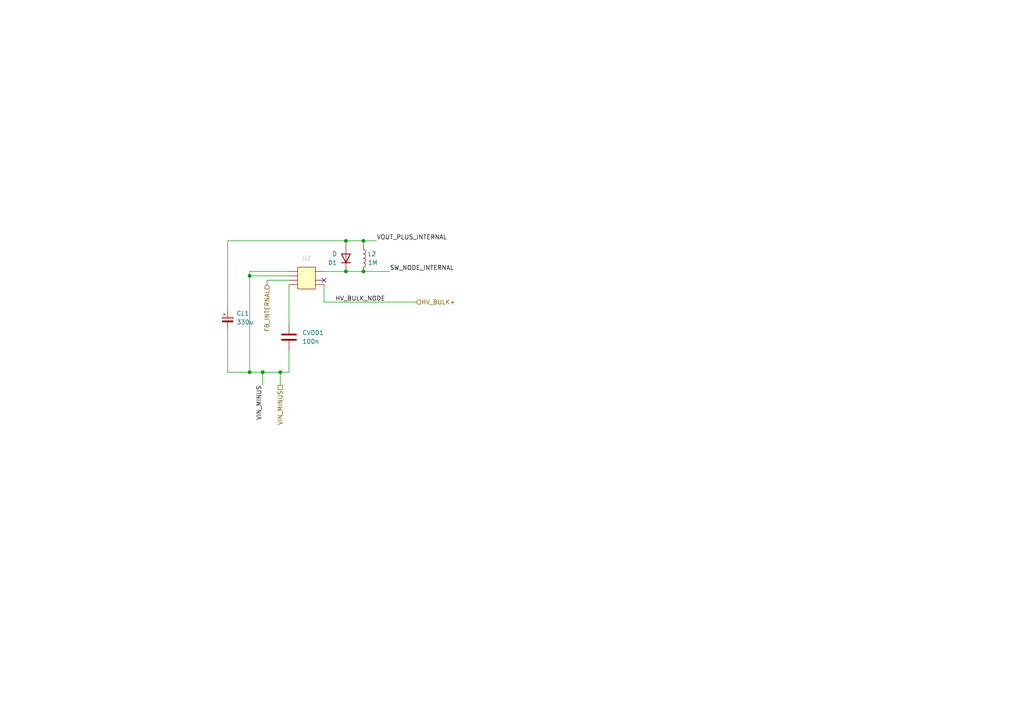
<source format=kicad_sch>
(kicad_sch (version 20230121) (generator eeschema)

  (uuid 33e84a9f-3f68-4d78-a762-593dfdf4cf8e)

  (paper "A4")

  (lib_symbols
    (symbol "Device:C" (pin_numbers hide) (pin_names (offset 0.254)) (in_bom yes) (on_board yes)
      (property "Reference" "C" (at 0.635 2.54 0)
        (effects (font (size 1.27 1.27)) (justify left))
      )
      (property "Value" "C" (at 0.635 -2.54 0)
        (effects (font (size 1.27 1.27)) (justify left))
      )
      (property "Footprint" "" (at 0.9652 -3.81 0)
        (effects (font (size 1.27 1.27)) hide)
      )
      (property "Datasheet" "~" (at 0 0 0)
        (effects (font (size 1.27 1.27)) hide)
      )
      (property "ki_keywords" "cap capacitor" (at 0 0 0)
        (effects (font (size 1.27 1.27)) hide)
      )
      (property "ki_description" "Unpolarized capacitor" (at 0 0 0)
        (effects (font (size 1.27 1.27)) hide)
      )
      (property "ki_fp_filters" "C_*" (at 0 0 0)
        (effects (font (size 1.27 1.27)) hide)
      )
      (symbol "C_0_1"
        (polyline
          (pts
            (xy -2.032 -0.762)
            (xy 2.032 -0.762)
          )
          (stroke (width 0.508) (type default))
          (fill (type none))
        )
        (polyline
          (pts
            (xy -2.032 0.762)
            (xy 2.032 0.762)
          )
          (stroke (width 0.508) (type default))
          (fill (type none))
        )
      )
      (symbol "C_1_1"
        (pin passive line (at 0 3.81 270) (length 2.794)
          (name "~" (effects (font (size 1.27 1.27))))
          (number "1" (effects (font (size 1.27 1.27))))
        )
        (pin passive line (at 0 -3.81 90) (length 2.794)
          (name "~" (effects (font (size 1.27 1.27))))
          (number "2" (effects (font (size 1.27 1.27))))
        )
      )
    )
    (symbol "Device:C_Polarized_Small" (pin_numbers hide) (pin_names (offset 0.254) hide) (in_bom yes) (on_board yes)
      (property "Reference" "C" (at 0.254 1.778 0)
        (effects (font (size 1.27 1.27)) (justify left))
      )
      (property "Value" "C_Polarized_Small" (at 0.254 -2.032 0)
        (effects (font (size 1.27 1.27)) (justify left))
      )
      (property "Footprint" "" (at 0 0 0)
        (effects (font (size 1.27 1.27)) hide)
      )
      (property "Datasheet" "~" (at 0 0 0)
        (effects (font (size 1.27 1.27)) hide)
      )
      (property "ki_keywords" "cap capacitor" (at 0 0 0)
        (effects (font (size 1.27 1.27)) hide)
      )
      (property "ki_description" "Polarized capacitor, small symbol" (at 0 0 0)
        (effects (font (size 1.27 1.27)) hide)
      )
      (property "ki_fp_filters" "CP_*" (at 0 0 0)
        (effects (font (size 1.27 1.27)) hide)
      )
      (symbol "C_Polarized_Small_0_1"
        (rectangle (start -1.524 -0.3048) (end 1.524 -0.6858)
          (stroke (width 0) (type default))
          (fill (type outline))
        )
        (rectangle (start -1.524 0.6858) (end 1.524 0.3048)
          (stroke (width 0) (type default))
          (fill (type none))
        )
        (polyline
          (pts
            (xy -1.27 1.524)
            (xy -0.762 1.524)
          )
          (stroke (width 0) (type default))
          (fill (type none))
        )
        (polyline
          (pts
            (xy -1.016 1.27)
            (xy -1.016 1.778)
          )
          (stroke (width 0) (type default))
          (fill (type none))
        )
      )
      (symbol "C_Polarized_Small_1_1"
        (pin passive line (at 0 2.54 270) (length 1.8542)
          (name "~" (effects (font (size 1.27 1.27))))
          (number "1" (effects (font (size 1.27 1.27))))
        )
        (pin passive line (at 0 -2.54 90) (length 1.8542)
          (name "~" (effects (font (size 1.27 1.27))))
          (number "2" (effects (font (size 1.27 1.27))))
        )
      )
    )
    (symbol "Device:D" (pin_numbers hide) (pin_names (offset 1.016) hide) (in_bom yes) (on_board yes)
      (property "Reference" "D" (at 0 2.54 0)
        (effects (font (size 1.27 1.27)))
      )
      (property "Value" "D" (at 0 -2.54 0)
        (effects (font (size 1.27 1.27)))
      )
      (property "Footprint" "" (at 0 0 0)
        (effects (font (size 1.27 1.27)) hide)
      )
      (property "Datasheet" "~" (at 0 0 0)
        (effects (font (size 1.27 1.27)) hide)
      )
      (property "Sim.Device" "D" (at 0 0 0)
        (effects (font (size 1.27 1.27)) hide)
      )
      (property "Sim.Pins" "1=K 2=A" (at 0 0 0)
        (effects (font (size 1.27 1.27)) hide)
      )
      (property "ki_keywords" "diode" (at 0 0 0)
        (effects (font (size 1.27 1.27)) hide)
      )
      (property "ki_description" "Diode" (at 0 0 0)
        (effects (font (size 1.27 1.27)) hide)
      )
      (property "ki_fp_filters" "TO-???* *_Diode_* *SingleDiode* D_*" (at 0 0 0)
        (effects (font (size 1.27 1.27)) hide)
      )
      (symbol "D_0_1"
        (polyline
          (pts
            (xy -1.27 1.27)
            (xy -1.27 -1.27)
          )
          (stroke (width 0.254) (type default))
          (fill (type none))
        )
        (polyline
          (pts
            (xy 1.27 0)
            (xy -1.27 0)
          )
          (stroke (width 0) (type default))
          (fill (type none))
        )
        (polyline
          (pts
            (xy 1.27 1.27)
            (xy 1.27 -1.27)
            (xy -1.27 0)
            (xy 1.27 1.27)
          )
          (stroke (width 0.254) (type default))
          (fill (type none))
        )
      )
      (symbol "D_1_1"
        (pin passive line (at -3.81 0 0) (length 2.54)
          (name "K" (effects (font (size 1.27 1.27))))
          (number "1" (effects (font (size 1.27 1.27))))
        )
        (pin passive line (at 3.81 0 180) (length 2.54)
          (name "A" (effects (font (size 1.27 1.27))))
          (number "2" (effects (font (size 1.27 1.27))))
        )
      )
    )
    (symbol "Device:L" (pin_numbers hide) (pin_names (offset 1.016) hide) (in_bom yes) (on_board yes)
      (property "Reference" "L" (at -1.27 0 90)
        (effects (font (size 1.27 1.27)))
      )
      (property "Value" "L" (at 1.905 0 90)
        (effects (font (size 1.27 1.27)))
      )
      (property "Footprint" "" (at 0 0 0)
        (effects (font (size 1.27 1.27)) hide)
      )
      (property "Datasheet" "~" (at 0 0 0)
        (effects (font (size 1.27 1.27)) hide)
      )
      (property "ki_keywords" "inductor choke coil reactor magnetic" (at 0 0 0)
        (effects (font (size 1.27 1.27)) hide)
      )
      (property "ki_description" "Inductor" (at 0 0 0)
        (effects (font (size 1.27 1.27)) hide)
      )
      (property "ki_fp_filters" "Choke_* *Coil* Inductor_* L_*" (at 0 0 0)
        (effects (font (size 1.27 1.27)) hide)
      )
      (symbol "L_0_1"
        (arc (start 0 -2.54) (mid 0.6323 -1.905) (end 0 -1.27)
          (stroke (width 0) (type default))
          (fill (type none))
        )
        (arc (start 0 -1.27) (mid 0.6323 -0.635) (end 0 0)
          (stroke (width 0) (type default))
          (fill (type none))
        )
        (arc (start 0 0) (mid 0.6323 0.635) (end 0 1.27)
          (stroke (width 0) (type default))
          (fill (type none))
        )
        (arc (start 0 1.27) (mid 0.6323 1.905) (end 0 2.54)
          (stroke (width 0) (type default))
          (fill (type none))
        )
      )
      (symbol "L_1_1"
        (pin passive line (at 0 3.81 270) (length 1.27)
          (name "1" (effects (font (size 1.27 1.27))))
          (number "1" (effects (font (size 1.27 1.27))))
        )
        (pin passive line (at 0 -3.81 90) (length 1.27)
          (name "2" (effects (font (size 1.27 1.27))))
          (number "2" (effects (font (size 1.27 1.27))))
        )
      )
    )
    (symbol "UCC28881_1" (pin_numbers hide) (pin_names (offset 0) hide) (in_bom yes) (on_board yes)
      (property "Reference" "U" (at 0 6.35 0)
        (effects (font (size 1.27 1.27) (color 194 194 194 1)))
      )
      (property "Value" "UCC28881" (at 0 -11.43 0)
        (effects (font (size 1.27 1.27)) hide)
      )
      (property "Footprint" "UCC2881:TI_SOIC-8_D_UCC28881_1.27mm" (at 0 -8.89 0)
        (effects (font (size 1.27 1.27)) hide)
      )
      (property "Datasheet" "https://www.ti.com/lit/ds/symlink/ucc28881.pdf?ts=1759591415716&ref_url=https%253A%252F%252Fapp.ultralibrarian.com%252F" (at -8.89 -6.35 0)
        (effects (font (size 1.27 1.27)) hide)
      )
      (property "ki_keywords" "UCC28881" (at 0 0 0)
        (effects (font (size 1.27 1.27)) hide)
      )
      (property "ki_description" "Power mangement IC" (at 0 0 0)
        (effects (font (size 1.27 1.27)) hide)
      )
      (property "ki_fp_filters" "TI_SOIC-8_D_UCC28881_1.27mm" (at 0 0 0)
        (effects (font (size 1.27 1.27)) hide)
      )
      (symbol "UCC28881_1_0_1"
        (rectangle (start -1.27 5.08) (end -1.27 5.08)
          (stroke (width 0) (type default))
          (fill (type none))
        )
      )
      (symbol "UCC28881_1_1_1"
        (rectangle (start -2.54 6.35) (end 2.54 0)
          (stroke (width 0) (type default))
          (fill (type background))
        )
        (pin passive line (at -5.08 5.08 0) (length 2.54)
          (name "GND" (effects (font (size 1 1))))
          (number "1" (effects (font (size 1 1))))
        )
        (pin passive line (at -5.08 3.81 0) (length 2.54)
          (name "GND" (effects (font (size 1 1))))
          (number "2" (effects (font (size 1 1))))
        )
        (pin input line (at -5.08 2.54 0) (length 2.54)
          (name "FB" (effects (font (size 1 1))))
          (number "3" (effects (font (size 1 1))))
        )
        (pin power_out line (at -5.08 1.27 0) (length 2.54)
          (name "VDD" (effects (font (size 1 1))))
          (number "4" (effects (font (size 1 1))))
        )
        (pin power_in line (at 5.08 1.27 180) (length 2.54)
          (name "HVIN" (effects (font (size 1 1))))
          (number "5" (effects (font (size 1 1))))
        )
        (pin unspecified line (at 5.08 2.54 180) (length 2.56)
          (name "NC" (effects (font (size 1 1))))
          (number "6" (effects (font (size 1 1))))
        )
        (pin output line (at 5.08 5.08 180) (length 2.56)
          (name "DRAIN" (effects (font (size 1 1))))
          (number "8" (effects (font (size 1 1))))
        )
      )
    )
  )

  (junction (at 105.41 69.85) (diameter 0) (color 0 0 0 0)
    (uuid 35f1c303-62cf-4c97-b7bc-e4af56f43648)
  )
  (junction (at 105.41 78.74) (diameter 0) (color 0 0 0 0)
    (uuid 52644775-3911-4038-8f4c-475194610e3a)
  )
  (junction (at 81.28 107.95) (diameter 0) (color 0 0 0 0)
    (uuid 620bf224-41ad-4610-b55c-a6fbf554a6ca)
  )
  (junction (at 72.39 107.95) (diameter 0) (color 0 0 0 0)
    (uuid 6ec60e56-45d0-4bc5-ae04-a7033ccceed7)
  )
  (junction (at 100.33 78.74) (diameter 0) (color 0 0 0 0)
    (uuid 9d6cc60f-eb29-453f-9b9d-215050240d9d)
  )
  (junction (at 100.33 69.85) (diameter 0) (color 0 0 0 0)
    (uuid bf35b917-7c6f-4644-9d4b-d1cbb2e1b17c)
  )
  (junction (at 76.2 107.95) (diameter 0) (color 0 0 0 0)
    (uuid cbfb4170-a9b0-44be-ac0d-c2cb155aab8c)
  )
  (junction (at 72.39 80.01) (diameter 0) (color 0 0 0 0)
    (uuid f272d816-51c8-4675-bf80-9f79295db936)
  )

  (no_connect (at 93.98 81.28) (uuid 04a7307d-7089-4f4e-ac4f-b90a15379bb0))

  (wire (pts (xy 66.04 69.85) (xy 66.04 90.17))
    (stroke (width 0) (type default))
    (uuid 0c66682f-ba40-48c8-9f04-f1210c3376bf)
  )
  (wire (pts (xy 66.04 69.85) (xy 100.33 69.85))
    (stroke (width 0) (type default))
    (uuid 1e9990a1-8f09-413f-8294-328b997fbe3e)
  )
  (wire (pts (xy 72.39 107.95) (xy 76.2 107.95))
    (stroke (width 0) (type default))
    (uuid 208c57d0-e5ad-4729-85f9-81c753fcdbd7)
  )
  (wire (pts (xy 77.47 81.28) (xy 83.82 81.28))
    (stroke (width 0) (type default))
    (uuid 23996acc-0d79-406c-ba2e-b4895cb39e5e)
  )
  (wire (pts (xy 105.41 69.85) (xy 109.22 69.85))
    (stroke (width 0) (type default))
    (uuid 2928fe62-72ec-4a43-903e-c02c68dfadae)
  )
  (wire (pts (xy 93.98 87.63) (xy 120.65 87.63))
    (stroke (width 0) (type default))
    (uuid 2e7d141b-648b-46d2-ad25-0bead8c55ff7)
  )
  (wire (pts (xy 66.04 107.95) (xy 66.04 95.25))
    (stroke (width 0) (type default))
    (uuid 327e2c3e-329b-4a9c-838e-759dd65a28e4)
  )
  (wire (pts (xy 72.39 78.74) (xy 72.39 80.01))
    (stroke (width 0) (type default))
    (uuid 39fcdbd8-8fe6-4fe6-bfb1-a69763b82572)
  )
  (wire (pts (xy 76.2 107.95) (xy 81.28 107.95))
    (stroke (width 0) (type default))
    (uuid 3c4e7c72-b87d-44c0-9a1c-34e02f6329b2)
  )
  (wire (pts (xy 72.39 80.01) (xy 83.82 80.01))
    (stroke (width 0) (type default))
    (uuid 3df45933-04c9-434b-b556-f3ec101a8071)
  )
  (wire (pts (xy 83.82 82.55) (xy 83.82 93.98))
    (stroke (width 0) (type default))
    (uuid 504ab174-7c32-4bca-853a-de5d11294584)
  )
  (wire (pts (xy 66.04 107.95) (xy 72.39 107.95))
    (stroke (width 0) (type default))
    (uuid 54b31e12-2866-4c02-88aa-fb98e3558513)
  )
  (wire (pts (xy 93.98 78.74) (xy 100.33 78.74))
    (stroke (width 0) (type default))
    (uuid 60dca810-825b-4132-89f1-c654bbbc5a06)
  )
  (wire (pts (xy 105.41 69.85) (xy 105.41 71.12))
    (stroke (width 0) (type default))
    (uuid 80ea619b-6938-4562-8ff1-9431866eb1ce)
  )
  (wire (pts (xy 81.28 107.95) (xy 83.82 107.95))
    (stroke (width 0) (type default))
    (uuid 824010f6-a34e-4222-9b44-186b5e32e8e4)
  )
  (wire (pts (xy 72.39 107.95) (xy 72.39 80.01))
    (stroke (width 0) (type default))
    (uuid 862e72f0-97f9-404d-afa1-590167f59025)
  )
  (wire (pts (xy 100.33 71.12) (xy 100.33 69.85))
    (stroke (width 0) (type default))
    (uuid 8a6c9edf-cd09-40d9-8195-66c896a8b2e7)
  )
  (wire (pts (xy 77.47 82.55) (xy 77.47 81.28))
    (stroke (width 0) (type default))
    (uuid 9db9e024-9db7-4470-b5c8-4468f4870577)
  )
  (wire (pts (xy 105.41 78.74) (xy 113.03 78.74))
    (stroke (width 0) (type default))
    (uuid a6807f12-2ba0-4b96-ae05-a1c29d947f3c)
  )
  (wire (pts (xy 100.33 69.85) (xy 105.41 69.85))
    (stroke (width 0) (type default))
    (uuid a74c70b5-7942-4058-afdb-17e4323cee0a)
  )
  (wire (pts (xy 83.82 78.74) (xy 72.39 78.74))
    (stroke (width 0) (type default))
    (uuid b35a9d5e-452c-4818-a708-d5257c51bbd5)
  )
  (wire (pts (xy 83.82 101.6) (xy 83.82 107.95))
    (stroke (width 0) (type default))
    (uuid dab3f1c1-b7d1-448a-b090-8b4bea747506)
  )
  (wire (pts (xy 76.2 107.95) (xy 76.2 111.76))
    (stroke (width 0) (type default))
    (uuid ddd05128-9fb9-4d73-884e-783658de274a)
  )
  (wire (pts (xy 100.33 78.74) (xy 105.41 78.74))
    (stroke (width 0) (type default))
    (uuid e5bafbd9-d192-46a7-98dd-474f45b93ebb)
  )
  (wire (pts (xy 93.98 82.55) (xy 93.98 87.63))
    (stroke (width 0) (type default))
    (uuid ea46ea9d-5dce-46d1-98d1-77970bc114fc)
  )
  (wire (pts (xy 81.28 107.95) (xy 81.28 111.76))
    (stroke (width 0) (type default))
    (uuid f708f6dc-7a05-4915-ba96-2569b9330b7c)
  )

  (label "SW_NODE_INTERNAL" (at 113.03 78.74 0) (fields_autoplaced)
    (effects (font (size 1.27 1.27)) (justify left bottom))
    (uuid 86c46a86-af05-41fd-a61c-494ce4a1129d)
  )
  (label "VIN_MINUS" (at 76.2 111.76 270) (fields_autoplaced)
    (effects (font (size 1.27 1.27)) (justify right bottom))
    (uuid 9ea2d7f8-bf9a-442f-a095-94796de6256b)
  )
  (label "HV_BULK_NODE" (at 111.76 87.63 180) (fields_autoplaced)
    (effects (font (size 1.27 1.27)) (justify right bottom))
    (uuid cb2c8382-594c-4422-b04d-23b564c454fb)
  )
  (label "VOUT_PLUS_INTERNAL" (at 109.22 69.85 0) (fields_autoplaced)
    (effects (font (size 1.27 1.27)) (justify left bottom))
    (uuid cd062903-8773-437d-86dd-9ffe35128354)
  )

  (hierarchical_label "VIN_MINUS" (shape passive) (at 81.28 111.76 270) (fields_autoplaced)
    (effects (font (size 1.27 1.27)) (justify right))
    (uuid 6a015b47-56f9-4d14-946f-bbec95863f96)
  )
  (hierarchical_label "HV_BULK+" (shape input) (at 120.65 87.63 0) (fields_autoplaced)
    (effects (font (size 1.27 1.27)) (justify left))
    (uuid 6f651fd3-c713-4ea8-a287-a613f6d32058)
  )
  (hierarchical_label "FB_INTERNAL" (shape input) (at 77.47 82.55 270) (fields_autoplaced)
    (effects (font (size 1.27 1.27)) (justify right))
    (uuid 73774548-09bc-49de-9ec5-ff93f598dac6)
  )

  (symbol (lib_id "Device:C_Polarized_Small") (at 66.04 92.71 0) (unit 1)
    (in_bom yes) (on_board yes) (dnp no)
    (uuid 09ec4981-f046-4464-9651-3430a37ad402)
    (property "Reference" "CL1" (at 68.58 90.8939 0)
      (effects (font (size 1.27 1.27)) (justify left))
    )
    (property "Value" "330u" (at 68.58 93.4339 0)
      (effects (font (size 1.27 1.27)) (justify left))
    )
    (property "Footprint" "Capacitor_THT:C_Radial_D10.0mm_H12.5mm_P5.00mm" (at 66.04 92.71 0)
      (effects (font (size 1.27 1.27)) hide)
    )
    (property "Datasheet" "https://www.digikey.com/en/products/detail/illinois-capacitor/337CKE035M/5412313?curr=usd" (at 66.04 92.71 0)
      (effects (font (size 1.27 1.27)) hide)
    )
    (property "Voltage " "35V" (at 66.04 92.71 0)
      (effects (font (size 1.27 1.27)) hide)
    )
    (property "Sim.Device" "C" (at 66.04 92.71 0)
      (effects (font (size 1.27 1.27)) hide)
    )
    (property "Sim.Pins" "1=+ 2=-" (at 66.04 92.71 0)
      (effects (font (size 1.27 1.27)) hide)
    )
    (pin "1" (uuid 1b6a0f99-3656-4819-8232-852720cc16f4))
    (pin "2" (uuid 0a94df11-85a2-4eed-afd1-087598f37851))
    (instances
      (project "UC28881  WORK"
        (path "/02261b3b-0ab5-411c-b90d-2981c1ef32c1/50e508f9-c506-4c6b-8d20-c3808eadc697"
          (reference "CL1") (unit 1)
        )
      )
    )
  )

  (symbol (lib_id "Device:D") (at 100.33 74.93 90) (unit 1)
    (in_bom yes) (on_board yes) (dnp no)
    (uuid 14bacfa0-6210-4b2c-b740-9e481408ebf4)
    (property "Reference" "D1" (at 97.79 76.2 90)
      (effects (font (size 1.27 1.27)) (justify left))
    )
    (property "Value" "D" (at 97.79 73.66 90)
      (effects (font (size 1.27 1.27)) (justify left))
    )
    (property "Footprint" "" (at 100.33 74.93 0)
      (effects (font (size 1.27 1.27)) hide)
    )
    (property "Datasheet" "~" (at 100.33 74.93 0)
      (effects (font (size 1.27 1.27)) hide)
    )
    (property "Sim.Device" "D" (at 100.33 74.93 0)
      (effects (font (size 1.27 1.27)) hide)
    )
    (property "Sim.Pins" "1=K 2=A" (at 100.33 74.93 0)
      (effects (font (size 1.27 1.27)) hide)
    )
    (pin "2" (uuid 2d35a483-f7f4-4be0-80d8-b0ef38d87ba5))
    (pin "1" (uuid 64fc7d69-73fa-4d99-a044-bc9f66d918b6))
    (instances
      (project "UC28881  WORK"
        (path "/02261b3b-0ab5-411c-b90d-2981c1ef32c1/50e508f9-c506-4c6b-8d20-c3808eadc697"
          (reference "D1") (unit 1)
        )
      )
    )
  )

  (symbol (lib_id "Device:L") (at 105.41 74.93 0) (unit 1)
    (in_bom yes) (on_board yes) (dnp no) (fields_autoplaced)
    (uuid 53149e38-2814-4834-bea6-034cb67d05df)
    (property "Reference" "L2" (at 106.68 73.66 0)
      (effects (font (size 1.27 1.27)) (justify left))
    )
    (property "Value" "1M" (at 106.68 76.2 0)
      (effects (font (size 1.27 1.27)) (justify left))
    )
    (property "Footprint" "Inductor_SMD:L_12x12mm_H8mm" (at 105.41 74.93 0)
      (effects (font (size 1.27 1.27)) hide)
    )
    (property "Datasheet" "https://www.digikey.com/en/products/detail/eaton-electronics-division/DR127-102-R/953617?curr=usd" (at 105.41 74.93 0)
      (effects (font (size 1.27 1.27)) hide)
    )
    (property "Sim.Device" "L" (at 105.41 74.93 0)
      (effects (font (size 1.27 1.27)) hide)
    )
    (property "Sim.Pins" "1=+ 2=-" (at 105.41 74.93 0)
      (effects (font (size 1.27 1.27)) hide)
    )
    (pin "1" (uuid 3332bee7-7549-41f1-9f16-e8ebdc8d3dbe))
    (pin "2" (uuid cd5433b8-fdc0-4534-aada-b1a71389e4cb))
    (instances
      (project "UC28881  WORK"
        (path "/02261b3b-0ab5-411c-b90d-2981c1ef32c1/50e508f9-c506-4c6b-8d20-c3808eadc697"
          (reference "L2") (unit 1)
        )
      )
    )
  )

  (symbol (lib_name "UCC28881_1") (lib_id "New_Library for  UCC28881:UCC28881") (at 88.9 83.82 0) (unit 1)
    (in_bom yes) (on_board yes) (dnp no) (fields_autoplaced)
    (uuid 94f086c0-06ca-42c1-a60c-2f34e5655653)
    (property "Reference" "U2" (at 88.9 74.93 0)
      (effects (font (size 1.27 1.27) (color 194 194 194 1)))
    )
    (property "Value" "UCC28881" (at 88.9 95.25 0)
      (effects (font (size 1.27 1.27)) hide)
    )
    (property "Footprint" "UCC2881:TI_SOIC-8_D_UCC28881_1.27mm" (at 88.9 92.71 0)
      (effects (font (size 1.27 1.27)) hide)
    )
    (property "Datasheet" "https://www.ti.com/lit/ds/symlink/ucc28881.pdf?ts=1759591415716&ref_url=https%253A%252F%252Fapp.ultralibrarian.com%252F" (at 80.01 90.17 0)
      (effects (font (size 1.27 1.27)) hide)
    )
    (pin "4" (uuid ecdf0095-bd39-453c-bd18-8c903498d5fc))
    (pin "1" (uuid 5f7db95d-3283-4c39-b2d8-8c26f479fc36))
    (pin "5" (uuid 3af4f207-6136-4b54-a4f6-5caa58879481))
    (pin "3" (uuid fed5aee8-e6c4-4211-84f6-b3bd51ccdd17))
    (pin "2" (uuid 41b4d0e1-7991-4195-9d27-aa3e682a852b))
    (pin "6" (uuid c22fadd2-ca37-4054-bc8e-145520948437))
    (pin "8" (uuid 971ccac5-4ae8-45e1-b766-8971844ac4d1))
    (instances
      (project "UC28881  WORK"
        (path "/02261b3b-0ab5-411c-b90d-2981c1ef32c1/50e508f9-c506-4c6b-8d20-c3808eadc697"
          (reference "U2") (unit 1)
        )
      )
    )
  )

  (symbol (lib_id "Device:C") (at 83.82 97.79 0) (unit 1)
    (in_bom yes) (on_board yes) (dnp no) (fields_autoplaced)
    (uuid be76f739-a737-4d7f-9da0-cb4b1d06b01c)
    (property "Reference" "CVDD1" (at 87.63 96.52 0)
      (effects (font (size 1.27 1.27)) (justify left))
    )
    (property "Value" "100n" (at 87.63 99.06 0)
      (effects (font (size 1.27 1.27)) (justify left))
    )
    (property "Footprint" "Capacitor_THT:C_Rect_L18.0mm_W7.0mm_P15.00mm_FKS3_FKP3" (at 84.7852 101.6 0)
      (effects (font (size 1.27 1.27)) hide)
    )
    (property "Datasheet" "https://www.digikey.com/en/products/detail/taiyo-yuden/LMK105BJ104MV-F/2607802?curr=usd" (at 83.82 97.79 0)
      (effects (font (size 1.27 1.27)) hide)
    )
    (property "Sim.Device" "C" (at 83.82 97.79 0)
      (effects (font (size 1.27 1.27)) hide)
    )
    (property "Sim.Pins" "1=+ 2=-" (at 83.82 97.79 0)
      (effects (font (size 1.27 1.27)) hide)
    )
    (property "MANUFACTURER PART NUMBER" "587-2835-6-ND" (at 83.82 97.79 0)
      (effects (font (size 1.27 1.27)) hide)
    )
    (property "VOLTAGE" "10v" (at 83.82 97.79 0)
      (effects (font (size 1.27 1.27)) hide)
    )
    (pin "2" (uuid c45306e7-53d6-415b-8254-688ffb6b9d70))
    (pin "1" (uuid 9182a08b-be09-4f8c-9a12-072b92a9c68e))
    (instances
      (project "UC28881  WORK"
        (path "/02261b3b-0ab5-411c-b90d-2981c1ef32c1/50e508f9-c506-4c6b-8d20-c3808eadc697"
          (reference "CVDD1") (unit 1)
        )
      )
    )
  )
)

</source>
